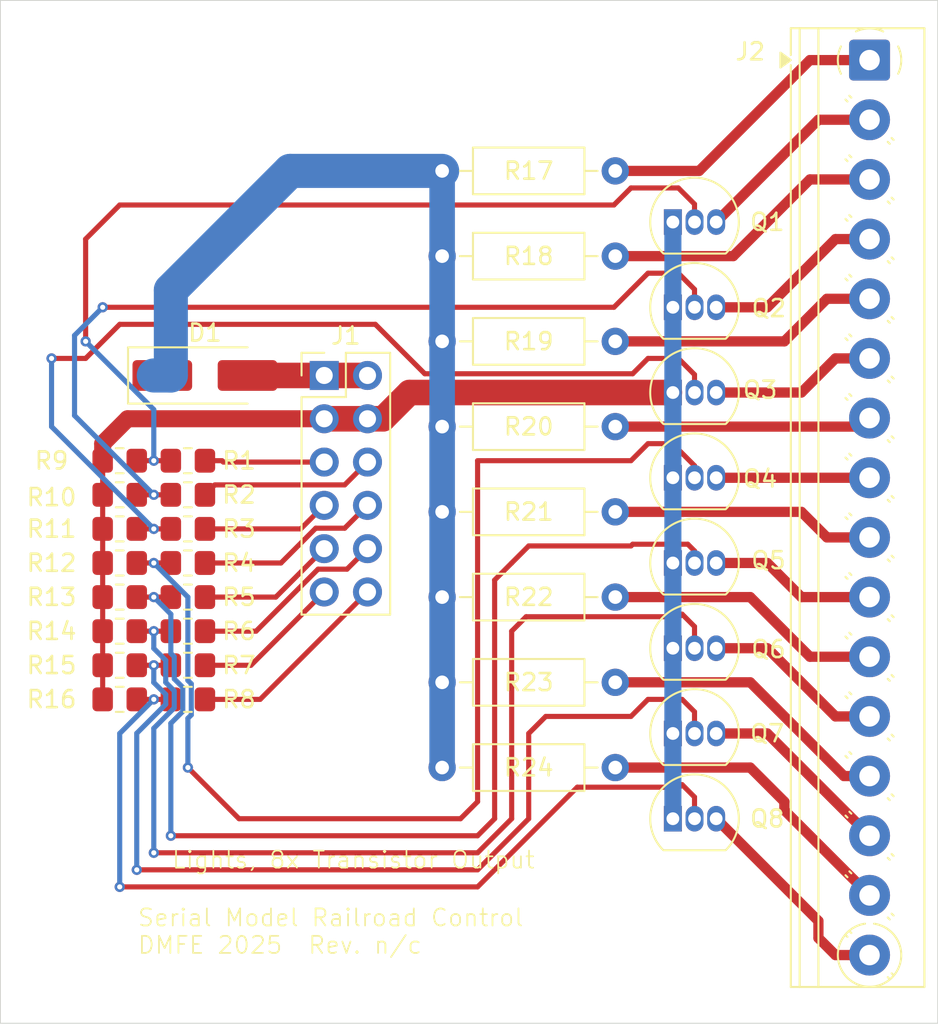
<source format=kicad_pcb>
(kicad_pcb (version 20241229) (generator "pcbnew") (generator_version "9.0")
  (title_block (title "Serial Model Railroad Control") (date "2025-03-23") (rev "n/c") (company "DMFE") (comment 1 "Lighting Daughter Board") (comment 2 "8 independent transistor outputs"))
  (layers (0 "F.Cu" signal) (2 "B.Cu" signal) (13 "F.Paste" user) (15 "B.Paste" user) (5 "F.SilkS" user "F.Silkscreen") (7 "B.SilkS" user "B.Silkscreen") (1 "F.Mask" user) (3 "B.Mask" user) (25 "Edge.Cuts" user))
  (net 0 "")
  (net 1 "Net-(D1-A)")
  (net 2 "+12V")
  (net 3 "Net-(J1-Pin_7)")
  (net 4 "Net-(J1-Pin_8)")
  (net 5 "Net-(J1-Pin_12)")
  (net 6 "Net-(J1-Pin_11)")
  (net 7 "Net-(J1-Pin_10)")
  (net 8 "Net-(J1-Pin_6)")
  (net 9 "GND")
  (net 10 "Net-(J1-Pin_5)")
  (net 11 "Net-(J1-Pin_9)")
  (net 12 "Net-(J2-Pin_14)")
  (net 13 "Net-(J2-Pin_1)")
  (net 14 "Net-(J2-Pin_8)")
  (net 15 "Net-(J2-Pin_2)")
  (net 16 "Net-(J2-Pin_5)")
  (net 17 "Net-(J2-Pin_15)")
  (net 18 "Net-(J2-Pin_7)")
  (net 19 "Net-(J2-Pin_6)")
  (net 20 "Net-(J2-Pin_3)")
  (net 21 "Net-(J2-Pin_13)")
  (net 22 "Net-(J2-Pin_4)")
  (net 23 "Net-(J2-Pin_12)")
  (net 24 "Net-(J2-Pin_9)")
  (net 25 "Net-(J2-Pin_11)")
  (net 26 "Net-(J2-Pin_16)")
  (net 27 "Net-(J2-Pin_10)")
  (net 28 "Net-(Q1-B)")
  (net 29 "Net-(Q2-B)")
  (net 30 "Net-(Q3-B)")
  (net 31 "Net-(Q4-B)")
  (net 32 "Net-(Q5-B)")
  (net 33 "Net-(Q6-B)")
  (net 34 "Net-(Q7-B)")
  (net 35 "Net-(Q8-B)")
  (footprint "Package_TO_SOT_THT:TO-92_Inline" (layer "F.Cu") (at 193.46 68)
    (property "Reference" "Q5" (at 5.61 -0.15 0) (layer "F.SilkS"))
    (property "Value" "2N3904")
    (pad "1" thru_hole rect (at 0 0) (size 1.05 1.5) (drill 0.75) (layers "*.Cu" "*.Mask") (net 9 "GND"))
    (pad "2" thru_hole oval (at 1.27 0) (size 1.05 1.5) (drill 0.75) (layers "*.Cu" "*.Mask") (net 32 "Net-(Q5-B)"))
    (pad "3" thru_hole oval (at 2.54 0) (size 1.05 1.5) (drill 0.75) (layers "*.Cu" "*.Mask") (net 27 "Net-(J2-Pin_10)"))
  )
  (footprint "Connector_PinHeader_2.54mm:PinHeader_2x06_P2.54mm_Vertical" (layer "F.Cu") (at 173 57)
    (property "Reference" "J1" (at 1.27 -2.33 0) (layer "F.SilkS"))
    (property "Value" "Conn_02x06_Odd_Even")
    (pad "1" thru_hole rect (at 0 0) (size 1.7 1.7) (drill 1) (layers "*.Cu" "*.Mask") (net 1 "Net-(D1-A)"))
    (pad "2" thru_hole oval (at 2.54 0) (size 1.7 1.7) (drill 1) (layers "*.Cu" "*.Mask") (net 1 "Net-(D1-A)"))
    (pad "3" thru_hole oval (at 0 2.54) (size 1.7 1.7) (drill 1) (layers "*.Cu" "*.Mask") (net 9 "GND"))
    (pad "4" thru_hole oval (at 2.54 2.54) (size 1.7 1.7) (drill 1) (layers "*.Cu" "*.Mask") (net 9 "GND"))
    (pad "5" thru_hole oval (at 0 5.08) (size 1.7 1.7) (drill 1) (layers "*.Cu" "*.Mask") (net 10 "Net-(J1-Pin_5)"))
    (pad "6" thru_hole oval (at 2.54 5.08) (size 1.7 1.7) (drill 1) (layers "*.Cu" "*.Mask") (net 8 "Net-(J1-Pin_6)"))
    (pad "7" thru_hole oval (at 0 7.62) (size 1.7 1.7) (drill 1) (layers "*.Cu" "*.Mask") (net 3 "Net-(J1-Pin_7)"))
    (pad "8" thru_hole oval (at 2.54 7.62) (size 1.7 1.7) (drill 1) (layers "*.Cu" "*.Mask") (net 4 "Net-(J1-Pin_8)"))
    (pad "9" thru_hole oval (at 0 10.16) (size 1.7 1.7) (drill 1) (layers "*.Cu" "*.Mask") (net 11 "Net-(J1-Pin_9)"))
    (pad "10" thru_hole oval (at 2.54 10.16) (size 1.7 1.7) (drill 1) (layers "*.Cu" "*.Mask") (net 7 "Net-(J1-Pin_10)"))
    (pad "11" thru_hole oval (at 0 12.7) (size 1.7 1.7) (drill 1) (layers "*.Cu" "*.Mask") (net 6 "Net-(J1-Pin_11)"))
    (pad "12" thru_hole oval (at 2.54 12.7) (size 1.7 1.7) (drill 1) (layers "*.Cu" "*.Mask") (net 5 "Net-(J1-Pin_12)"))
  )
  (footprint "Resistor_THT:R_Axial_DIN0207_L6.3mm_D2.5mm_P10.16mm_Horizontal" (layer "F.Cu") (at 179.92 55)
    (property "Reference" "R19" (at 5.08 0 0) (layer "F.SilkS"))
    (property "Value" "1K0")
    (pad "1" thru_hole circle (at 0 0) (size 1.6 1.6) (drill 0.8) (layers "*.Cu" "*.Mask") (net 2 "+12V"))
    (pad "2" thru_hole oval (at 10.16 0) (size 1.6 1.6) (drill 0.8) (layers "*.Cu" "*.Mask") (net 16 "Net-(J2-Pin_5)"))
  )
  (footprint "Diode_SMD:D_SMA_Handsoldering" (layer "F.Cu") (at 166 57)
    (property "Reference" "D1" (at 0 -2.5 0) (layer "F.SilkS"))
    (property "Value" "SMA")
    (pad "1" smd roundrect (at -2.5 0) (size 3.5 1.8) (layers "F.Cu" "F.Mask" "F.Paste") (roundrect_rratio 0.1388888889) (net 2 "+12V"))
    (pad "2" smd roundrect (at 2.5 0) (size 3.5 1.8) (layers "F.Cu" "F.Mask" "F.Paste") (roundrect_rratio 0.1388888889) (net 1 "Net-(D1-A)"))
  )
  (footprint "Package_TO_SOT_THT:TO-92_Inline" (layer "F.Cu") (at 193.46 53)
    (property "Reference" "Q2" (at 5.63 0.06 0) (layer "F.SilkS"))
    (property "Value" "2N3904")
    (pad "1" thru_hole rect (at 0 0) (size 1.05 1.5) (drill 0.75) (layers "*.Cu" "*.Mask") (net 9 "GND"))
    (pad "2" thru_hole oval (at 1.27 0) (size 1.05 1.5) (drill 0.75) (layers "*.Cu" "*.Mask") (net 29 "Net-(Q2-B)"))
    (pad "3" thru_hole oval (at 2.54 0) (size 1.05 1.5) (drill 0.75) (layers "*.Cu" "*.Mask") (net 22 "Net-(J2-Pin_4)"))
  )
  (footprint "Resistor_SMD:R_0805_2012Metric_Pad1.20x1.40mm_HandSolder" (layer "F.Cu") (at 165 72 180)
    (property "Reference" "R6" (at -3 0 0) (layer "F.SilkS"))
    (property "Value" "1K0")
    (pad "1" smd roundrect (at -1 0 180) (size 1.2 1.4) (layers "F.Cu" "F.Mask" "F.Paste") (roundrect_rratio 0.208333) (net 7 "Net-(J1-Pin_10)"))
    (pad "2" smd roundrect (at 1 0 180) (size 1.2 1.4) (layers "F.Cu" "F.Mask" "F.Paste") (roundrect_rratio 0.208333) (net 33 "Net-(Q6-B)"))
  )
  (footprint "Resistor_SMD:R_0805_2012Metric_Pad1.20x1.40mm_HandSolder" (layer "F.Cu") (at 161 72 180)
    (property "Reference" "R14" (at 4 0 0) (layer "F.SilkS"))
    (property "Value" "27K")
    (pad "1" smd roundrect (at -1 0 180) (size 1.2 1.4) (layers "F.Cu" "F.Mask" "F.Paste") (roundrect_rratio 0.208333) (net 33 "Net-(Q6-B)"))
    (pad "2" smd roundrect (at 1 0 180) (size 1.2 1.4) (layers "F.Cu" "F.Mask" "F.Paste") (roundrect_rratio 0.208333) (net 9 "GND"))
  )
  (footprint "Resistor_SMD:R_0805_2012Metric_Pad1.20x1.40mm_HandSolder" (layer "F.Cu") (at 161 64 180)
    (property "Reference" "R10" (at 4 -0.15 0) (layer "F.SilkS"))
    (property "Value" "27K")
    (pad "1" smd roundrect (at -1 0 180) (size 1.2 1.4) (layers "F.Cu" "F.Mask" "F.Paste") (roundrect_rratio 0.208333) (net 29 "Net-(Q2-B)"))
    (pad "2" smd roundrect (at 1 0 180) (size 1.2 1.4) (layers "F.Cu" "F.Mask" "F.Paste") (roundrect_rratio 0.208333) (net 9 "GND"))
  )
  (footprint "Package_TO_SOT_THT:TO-92_Inline" (layer "F.Cu") (at 193.46 83)
    (property "Reference" "Q8" (at 5.54 0 0) (layer "F.SilkS"))
    (property "Value" "2N3904")
    (pad "1" thru_hole rect (at 0 0) (size 1.05 1.5) (drill 0.75) (layers "*.Cu" "*.Mask") (net 9 "GND"))
    (pad "2" thru_hole oval (at 1.27 0) (size 1.05 1.5) (drill 0.75) (layers "*.Cu" "*.Mask") (net 35 "Net-(Q8-B)"))
    (pad "3" thru_hole oval (at 2.54 0) (size 1.05 1.5) (drill 0.75) (layers "*.Cu" "*.Mask") (net 26 "Net-(J2-Pin_16)"))
  )
  (footprint "Resistor_SMD:R_0805_2012Metric_Pad1.20x1.40mm_HandSolder" (layer "F.Cu") (at 161 68 180)
    (property "Reference" "R12" (at 4 0 0) (layer "F.SilkS"))
    (property "Value" "27K")
    (pad "1" smd roundrect (at -1 0 180) (size 1.2 1.4) (layers "F.Cu" "F.Mask" "F.Paste") (roundrect_rratio 0.208333) (net 31 "Net-(Q4-B)"))
    (pad "2" smd roundrect (at 1 0 180) (size 1.2 1.4) (layers "F.Cu" "F.Mask" "F.Paste") (roundrect_rratio 0.208333) (net 9 "GND"))
  )
  (footprint "Package_TO_SOT_THT:TO-92_Inline" (layer "F.Cu") (at 193.46 58)
    (property "Reference" "Q3" (at 5.12 -0.15 0) (layer "F.SilkS"))
    (property "Value" "2N3904")
    (pad "1" thru_hole rect (at 0 0) (size 1.05 1.5) (drill 0.75) (layers "*.Cu" "*.Mask") (net 9 "GND"))
    (pad "2" thru_hole oval (at 1.27 0) (size 1.05 1.5) (drill 0.75) (layers "*.Cu" "*.Mask") (net 30 "Net-(Q3-B)"))
    (pad "3" thru_hole oval (at 2.54 0) (size 1.05 1.5) (drill 0.75) (layers "*.Cu" "*.Mask") (net 19 "Net-(J2-Pin_6)"))
  )
  (footprint "Resistor_THT:R_Axial_DIN0207_L6.3mm_D2.5mm_P10.16mm_Horizontal" (layer "F.Cu") (at 179.92 65)
    (property "Reference" "R21" (at 5.08 0 0) (layer "F.SilkS"))
    (property "Value" "1K0")
    (pad "1" thru_hole circle (at 0 0) (size 1.6 1.6) (drill 0.8) (layers "*.Cu" "*.Mask") (net 2 "+12V"))
    (pad "2" thru_hole oval (at 10.16 0) (size 1.6 1.6) (drill 0.8) (layers "*.Cu" "*.Mask") (net 24 "Net-(J2-Pin_9)"))
  )
  (footprint "Package_TO_SOT_THT:TO-92_Inline" (layer "F.Cu") (at 193.46 63)
    (property "Reference" "Q4" (at 5.12 0.06 0) (layer "F.SilkS"))
    (property "Value" "2N3904")
    (pad "1" thru_hole rect (at 0 0) (size 1.05 1.5) (drill 0.75) (layers "*.Cu" "*.Mask") (net 9 "GND"))
    (pad "2" thru_hole oval (at 1.27 0) (size 1.05 1.5) (drill 0.75) (layers "*.Cu" "*.Mask") (net 31 "Net-(Q4-B)"))
    (pad "3" thru_hole oval (at 2.54 0) (size 1.05 1.5) (drill 0.75) (layers "*.Cu" "*.Mask") (net 14 "Net-(J2-Pin_8)"))
  )
  (footprint "Resistor_SMD:R_0805_2012Metric_Pad1.20x1.40mm_HandSolder" (layer "F.Cu") (at 165 62 180)
    (property "Reference" "R1" (at -3 0 0) (layer "F.SilkS"))
    (property "Value" "1K0")
    (pad "1" smd roundrect (at -1 0 180) (size 1.2 1.4) (layers "F.Cu" "F.Mask" "F.Paste") (roundrect_rratio 0.208333) (net 10 "Net-(J1-Pin_5)"))
    (pad "2" smd roundrect (at 1 0 180) (size 1.2 1.4) (layers "F.Cu" "F.Mask" "F.Paste") (roundrect_rratio 0.208333) (net 28 "Net-(Q1-B)"))
  )
  (footprint "Resistor_SMD:R_0805_2012Metric_Pad1.20x1.40mm_HandSolder" (layer "F.Cu") (at 161 70 180)
    (property "Reference" "R13" (at 4 0 0) (layer "F.SilkS"))
    (property "Value" "27K")
    (pad "1" smd roundrect (at -1 0 180) (size 1.2 1.4) (layers "F.Cu" "F.Mask" "F.Paste") (roundrect_rratio 0.208333) (net 32 "Net-(Q5-B)"))
    (pad "2" smd roundrect (at 1 0 180) (size 1.2 1.4) (layers "F.Cu" "F.Mask" "F.Paste") (roundrect_rratio 0.208333) (net 9 "GND"))
  )
  (footprint "MountingHole:MountingHole_3.2mm_M3" (layer "F.Cu") (at 190 40)
    (property "Reference" "H1" (hide yes))
    (property "Value" "MountingHole")
    (pad "" np_thru_hole circle (at 0 0) (size 3.2 3.2) (drill 3.2) (layers "*.Cu" "*.Mask"))
  )
  (footprint "Resistor_SMD:R_0805_2012Metric_Pad1.20x1.40mm_HandSolder" (layer "F.Cu") (at 165 64 180)
    (property "Reference" "R2" (at -3 0 0) (layer "F.SilkS"))
    (property "Value" "1K0")
    (pad "1" smd roundrect (at -1 0 180) (size 1.2 1.4) (layers "F.Cu" "F.Mask" "F.Paste") (roundrect_rratio 0.208333) (net 8 "Net-(J1-Pin_6)"))
    (pad "2" smd roundrect (at 1 0 180) (size 1.2 1.4) (layers "F.Cu" "F.Mask" "F.Paste") (roundrect_rratio 0.208333) (net 29 "Net-(Q2-B)"))
  )
  (footprint "MountingHole:MountingHole_3.2mm_M3" (layer "F.Cu") (at 190 90)
    (property "Reference" "H2" (hide yes))
    (property "Value" "MountingHole")
    (pad "" np_thru_hole circle (at 0 0) (size 3.2 3.2) (drill 3.2) (layers "*.Cu" "*.Mask"))
  )
  (footprint "Resistor_SMD:R_0805_2012Metric_Pad1.20x1.40mm_HandSolder" (layer "F.Cu") (at 161 76 180)
    (property "Reference" "R16" (at 4 0 0) (layer "F.SilkS"))
    (property "Value" "27K")
    (pad "1" smd roundrect (at -1 0 180) (size 1.2 1.4) (layers "F.Cu" "F.Mask" "F.Paste") (roundrect_rratio 0.208333) (net 35 "Net-(Q8-B)"))
    (pad "2" smd roundrect (at 1 0 180) (size 1.2 1.4) (layers "F.Cu" "F.Mask" "F.Paste") (roundrect_rratio 0.208333) (net 9 "GND"))
  )
  (footprint "Resistor_SMD:R_0805_2012Metric_Pad1.20x1.40mm_HandSolder" (layer "F.Cu") (at 161 66 180)
    (property "Reference" "R11" (at 4 0 0) (layer "F.SilkS"))
    (property "Value" "27K")
    (pad "1" smd roundrect (at -1 0 180) (size 1.2 1.4) (layers "F.Cu" "F.Mask" "F.Paste") (roundrect_rratio 0.208333) (net 30 "Net-(Q3-B)"))
    (pad "2" smd roundrect (at 1 0 180) (size 1.2 1.4) (layers "F.Cu" "F.Mask" "F.Paste") (roundrect_rratio 0.208333) (net 9 "GND"))
  )
  (footprint "Resistor_SMD:R_0805_2012Metric_Pad1.20x1.40mm_HandSolder" (layer "F.Cu") (at 165 74 180)
    (property "Reference" "R7" (at -3 0 0) (layer "F.SilkS"))
    (property "Value" "1K0")
    (pad "1" smd roundrect (at -1 0 180) (size 1.2 1.4) (layers "F.Cu" "F.Mask" "F.Paste") (roundrect_rratio 0.208333) (net 6 "Net-(J1-Pin_11)"))
    (pad "2" smd roundrect (at 1 0 180) (size 1.2 1.4) (layers "F.Cu" "F.Mask" "F.Paste") (roundrect_rratio 0.208333) (net 34 "Net-(Q7-B)"))
  )
  (footprint "Resistor_THT:R_Axial_DIN0207_L6.3mm_D2.5mm_P10.16mm_Horizontal" (layer "F.Cu") (at 179.92 80)
    (property "Reference" "R24" (at 5.08 0 0) (layer "F.SilkS"))
    (property "Value" "1K0")
    (pad "1" thru_hole circle (at 0 0) (size 1.6 1.6) (drill 0.8) (layers "*.Cu" "*.Mask") (net 2 "+12V"))
    (pad "2" thru_hole oval (at 10.16 0) (size 1.6 1.6) (drill 0.8) (layers "*.Cu" "*.Mask") (net 17 "Net-(J2-Pin_15)"))
  )
  (footprint "Resistor_THT:R_Axial_DIN0207_L6.3mm_D2.5mm_P10.16mm_Horizontal" (layer "F.Cu") (at 179.92 60)
    (property "Reference" "R20" (at 5.08 0 0) (layer "F.SilkS"))
    (property "Value" "1K0")
    (pad "1" thru_hole circle (at 0 0) (size 1.6 1.6) (drill 0.8) (layers "*.Cu" "*.Mask") (net 2 "+12V"))
    (pad "2" thru_hole oval (at 10.16 0) (size 1.6 1.6) (drill 0.8) (layers "*.Cu" "*.Mask") (net 18 "Net-(J2-Pin_7)"))
  )
  (footprint "Package_TO_SOT_THT:TO-92_Inline" (layer "F.Cu") (at 193.46 78)
    (property "Reference" "Q7" (at 5.54 0 0) (layer "F.SilkS"))
    (property "Value" "2N3904")
    (pad "1" thru_hole rect (at 0 0) (size 1.05 1.5) (drill 0.75) (layers "*.Cu" "*.Mask") (net 9 "GND"))
    (pad "2" thru_hole oval (at 1.27 0) (size 1.05 1.5) (drill 0.75) (layers "*.Cu" "*.Mask") (net 34 "Net-(Q7-B)"))
    (pad "3" thru_hole oval (at 2.54 0) (size 1.05 1.5) (drill 0.75) (layers "*.Cu" "*.Mask") (net 12 "Net-(J2-Pin_14)"))
  )
  (footprint "Resistor_THT:R_Axial_DIN0207_L6.3mm_D2.5mm_P10.16mm_Horizontal" (layer "F.Cu") (at 179.92 75)
    (property "Reference" "R23" (at 5.08 0 0) (layer "F.SilkS"))
    (property "Value" "1K0")
    (pad "1" thru_hole circle (at 0 0) (size 1.6 1.6) (drill 0.8) (layers "*.Cu" "*.Mask") (net 2 "+12V"))
    (pad "2" thru_hole oval (at 10.16 0) (size 1.6 1.6) (drill 0.8) (layers "*.Cu" "*.Mask") (net 21 "Net-(J2-Pin_13)"))
  )
  (footprint "Resistor_SMD:R_0805_2012Metric_Pad1.20x1.40mm_HandSolder" (layer "F.Cu") (at 161 62 180)
    (property "Reference" "R9" (at 4 0 0) (layer "F.SilkS"))
    (property "Value" "27K")
    (pad "1" smd roundrect (at -1 0 180) (size 1.2 1.4) (layers "F.Cu" "F.Mask" "F.Paste") (roundrect_rratio 0.208333) (net 28 "Net-(Q1-B)"))
    (pad "2" smd roundrect (at 1 0 180) (size 1.2 1.4) (layers "F.Cu" "F.Mask" "F.Paste") (roundrect_rratio 0.208333) (net 9 "GND"))
  )
  (footprint "TerminalBlock_Phoenix:TerminalBlock_Phoenix_PT-1,5-16-3.5-H_1x16_P3.50mm_Horizontal" (layer "F.Cu") (at 205 38.5 -90)
    (property "Reference" "J2" (at -0.5 7 180) (layer "F.SilkS"))
    (property "Value" "Conn_01x16")
    (pad "1" thru_hole roundrect (at 0 0 270) (size 2.4 2.4) (drill 1.2) (layers "*.Cu" "*.Mask") (roundrect_rratio 0.104167) (net 13 "Net-(J2-Pin_1)"))
    (pad "2" thru_hole circle (at 3.5 0 270) (size 2.4 2.4) (drill 1.2) (layers "*.Cu" "*.Mask") (net 15 "Net-(J2-Pin_2)"))
    (pad "3" thru_hole circle (at 7 0 270) (size 2.4 2.4) (drill 1.2) (layers "*.Cu" "*.Mask") (net 20 "Net-(J2-Pin_3)"))
    (pad "4" thru_hole circle (at 10.5 0 270) (size 2.4 2.4) (drill 1.2) (layers "*.Cu" "*.Mask") (net 22 "Net-(J2-Pin_4)"))
    (pad "5" thru_hole circle (at 14 0 270) (size 2.4 2.4) (drill 1.2) (layers "*.Cu" "*.Mask") (net 16 "Net-(J2-Pin_5)"))
    (pad "6" thru_hole circle (at 17.5 0 270) (size 2.4 2.4) (drill 1.2) (layers "*.Cu" "*.Mask") (net 19 "Net-(J2-Pin_6)"))
    (pad "7" thru_hole circle (at 21 0 270) (size 2.4 2.4) (drill 1.2) (layers "*.Cu" "*.Mask") (net 18 "Net-(J2-Pin_7)"))
    (pad "8" thru_hole circle (at 24.5 0 270) (size 2.4 2.4) (drill 1.2) (layers "*.Cu" "*.Mask") (net 14 "Net-(J2-Pin_8)"))
    (pad "9" thru_hole circle (at 28 0 270) (size 2.4 2.4) (drill 1.2) (layers "*.Cu" "*.Mask") (net 24 "Net-(J2-Pin_9)"))
    (pad "10" thru_hole circle (at 31.5 0 270) (size 2.4 2.4) (drill 1.2) (layers "*.Cu" "*.Mask") (net 27 "Net-(J2-Pin_10)"))
    (pad "11" thru_hole circle (at 35 0 270) (size 2.4 2.4) (drill 1.2) (layers "*.Cu" "*.Mask") (net 25 "Net-(J2-Pin_11)"))
    (pad "12" thru_hole circle (at 38.5 0 270) (size 2.4 2.4) (drill 1.2) (layers "*.Cu" "*.Mask") (net 23 "Net-(J2-Pin_12)"))
    (pad "13" thru_hole circle (at 42 0 270) (size 2.4 2.4) (drill 1.2) (layers "*.Cu" "*.Mask") (net 21 "Net-(J2-Pin_13)"))
    (pad "14" thru_hole circle (at 45.5 0 270) (size 2.4 2.4) (drill 1.2) (layers "*.Cu" "*.Mask") (net 12 "Net-(J2-Pin_14)"))
    (pad "15" thru_hole circle (at 49 0 270) (size 2.4 2.4) (drill 1.2) (layers "*.Cu" "*.Mask") (net 17 "Net-(J2-Pin_15)"))
    (pad "16" thru_hole circle (at 52.5 0 270) (size 2.4 2.4) (drill 1.2) (layers "*.Cu" "*.Mask") (net 26 "Net-(J2-Pin_16)"))
  )
  (footprint "Resistor_SMD:R_0805_2012Metric_Pad1.20x1.40mm_HandSolder" (layer "F.Cu") (at 165 66 180)
    (property "Reference" "R3" (at -3 0 0) (layer "F.SilkS"))
    (property "Value" "1K0")
    (pad "1" smd roundrect (at -1 0 180) (size 1.2 1.4) (layers "F.Cu" "F.Mask" "F.Paste") (roundrect_rratio 0.208333) (net 3 "Net-(J1-Pin_7)"))
    (pad "2" smd roundrect (at 1 0 180) (size 1.2 1.4) (layers "F.Cu" "F.Mask" "F.Paste") (roundrect_rratio 0.208333) (net 30 "Net-(Q3-B)"))
  )
  (footprint "Resistor_SMD:R_0805_2012Metric_Pad1.20x1.40mm_HandSolder" (layer "F.Cu") (at 165 70 180)
    (property "Reference" "R5" (at -3 0 0) (layer "F.SilkS"))
    (property "Value" "1K0")
    (pad "1" smd roundrect (at -1 0 180) (size 1.2 1.4) (layers "F.Cu" "F.Mask" "F.Paste") (roundrect_rratio 0.208333) (net 11 "Net-(J1-Pin_9)"))
    (pad "2" smd roundrect (at 1 0 180) (size 1.2 1.4) (layers "F.Cu" "F.Mask" "F.Paste") (roundrect_rratio 0.208333) (net 32 "Net-(Q5-B)"))
  )
  (footprint "Package_TO_SOT_THT:TO-92_Inline" (layer "F.Cu") (at 193.46 73)
    (property "Reference" "Q6" (at 5.61 0.06 0) (layer "F.SilkS"))
    (property "Value" "2N3904")
    (pad "1" thru_hole rect (at 0 0) (size 1.05 1.5) (drill 0.75) (layers "*.Cu" "*.Mask") (net 9 "GND"))
    (pad "2" thru_hole oval (at 1.27 0) (size 1.05 1.5) (drill 0.75) (layers "*.Cu" "*.Mask") (net 33 "Net-(Q6-B)"))
    (pad "3" thru_hole oval (at 2.54 0) (size 1.05 1.5) (drill 0.75) (layers "*.Cu" "*.Mask") (net 23 "Net-(J2-Pin_12)"))
  )
  (footprint "Resistor_THT:R_Axial_DIN0207_L6.3mm_D2.5mm_P10.16mm_Horizontal" (layer "F.Cu") (at 179.92 70)
    (property "Reference" "R22" (at 5.08 0 0) (layer "F.SilkS"))
    (property "Value" "1K0")
    (pad "1" thru_hole circle (at 0 0) (size 1.6 1.6) (drill 0.8) (layers "*.Cu" "*.Mask") (net 2 "+12V"))
    (pad "2" thru_hole oval (at 10.16 0) (size 1.6 1.6) (drill 0.8) (layers "*.Cu" "*.Mask") (net 25 "Net-(J2-Pin_11)"))
  )
  (footprint "Package_TO_SOT_THT:TO-92_Inline" (layer "F.Cu") (at 193.46 48)
    (property "Reference" "Q1" (at 5.54 0 0) (layer "F.SilkS"))
    (property "Value" "2N3904")
    (pad "1" thru_hole rect (at 0 0) (size 1.05 1.5) (drill 0.75) (layers "*.Cu" "*.Mask") (net 9 "GND"))
    (pad "2" thru_hole oval (at 1.27 0) (size 1.05 1.5) (drill 0.75) (layers "*.Cu" "*.Mask") (net 28 "Net-(Q1-B)"))
    (pad "3" thru_hole oval (at 2.54 0) (size 1.05 1.5) (drill 0.75) (layers "*.Cu" "*.Mask") (net 15 "Net-(J2-Pin_2)"))
  )
  (footprint "Resistor_SMD:R_0805_2012Metric_Pad1.20x1.40mm_HandSolder" (layer "F.Cu") (at 165 68 180)
    (property "Reference" "R4" (at -3 0 0) (layer "F.SilkS"))
    (property "Value" "1K0")
    (pad "1" smd roundrect (at -1 0 180) (size 1.2 1.4) (layers "F.Cu" "F.Mask" "F.Paste") (roundrect_rratio 0.208333) (net 4 "Net-(J1-Pin_8)"))
    (pad "2" smd roundrect (at 1 0 180) (size 1.2 1.4) (layers "F.Cu" "F.Mask" "F.Paste") (roundrect_rratio 0.208333) (net 31 "Net-(Q4-B)"))
  )
  (footprint "Resistor_THT:R_Axial_DIN0207_L6.3mm_D2.5mm_P10.16mm_Horizontal" (layer "F.Cu") (at 179.92 45)
    (property "Reference" "R17" (at 5.08 0 0) (layer "F.SilkS"))
    (property "Value" "1K0")
    (pad "1" thru_hole circle (at 0 0) (size 1.6 1.6) (drill 0.8) (layers "*.Cu" "*.Mask") (net 2 "+12V"))
    (pad "2" thru_hole oval (at 10.16 0) (size 1.6 1.6) (drill 0.8) (layers "*.Cu" "*.Mask") (net 13 "Net-(J2-Pin_1)"))
  )
  (footprint "Resistor_SMD:R_0805_2012Metric_Pad1.20x1.40mm_HandSolder" (layer "F.Cu") (at 165 76 180)
    (property "Reference" "R8" (at -3 0 0) (layer "F.SilkS"))
    (property "Value" "1K0")
    (pad "1" smd roundrect (at -1 0 180) (size 1.2 1.4) (layers "F.Cu" "F.Mask" "F.Paste") (roundrect_rratio 0.208333) (net 5 "Net-(J1-Pin_12)"))
    (pad "2" smd roundrect (at 1 0 180) (size 1.2 1.4) (layers "F.Cu" "F.Mask" "F.Paste") (roundrect_rratio 0.208333) (net 35 "Net-(Q8-B)"))
  )
  (footprint "Resistor_SMD:R_0805_2012Metric_Pad1.20x1.40mm_HandSolder" (layer "F.Cu") (at 161 74 180)
    (property "Reference" "R15" (at 4 0 0) (layer "F.SilkS"))
    (property "Value" "27K")
    (pad "1" smd roundrect (at -1 0 180) (size 1.2 1.4) (layers "F.Cu" "F.Mask" "F.Paste") (roundrect_rratio 0.208333) (net 34 "Net-(Q7-B)"))
    (pad "2" smd roundrect (at 1 0 180) (size 1.2 1.4) (layers "F.Cu" "F.Mask" "F.Paste") (roundrect_rratio 0.208333) (net 9 "GND"))
  )
  (footprint "Resistor_THT:R_Axial_DIN0207_L6.3mm_D2.5mm_P10.16mm_Horizontal" (layer "F.Cu") (at 179.92 50)
    (property "Reference" "R18" (at 5.08 0 0) (layer "F.SilkS"))
    (property "Value" "1K0")
    (pad "1" thru_hole circle (at 0 0) (size 1.6 1.6) (drill 0.8) (layers "*.Cu" "*.Mask") (net 2 "+12V"))
    (pad "2" thru_hole oval (at 10.16 0) (size 1.6 1.6) (drill 0.8) (layers "*.Cu" "*.Mask") (net 20 "Net-(J2-Pin_3)"))
  )
  (gr_rect (start 154 35) (end 209 95) (stroke (width 0.05)) (fill no) (layer "Edge.Cuts"))
  (gr_text "Lights, 8x Transistor Output" (at 164 86 0) (layer "F.SilkS") (effects (font (size 1 1) (thickness 0.1)) (justify left bottom)))
  (gr_text "Serial Model Railroad Control\nDMFE 2025  Rev. n/c" (at 162 91 0) (layer "F.SilkS") (effects (font (size 1 1) (thickness 0.1)) (justify left bottom)))
  (segment (start 173 57) (end 168.5 57) (width 1.5) (layer "F.Cu") (net 1))
  (segment (start 173 57) (end 175.54 57) (width 1.5) (layer "F.Cu") (net 1))
  (segment (start 179.92 45) (end 179.92 50) (width 1.5) (layer "B.Cu") (net 2))
  (segment (start 171 45) (end 164 52) (width 2) (layer "B.Cu") (net 2))
  (segment (start 179.92 65) (end 179.92 70) (width 1.5) (layer "B.Cu") (net 2))
  (segment (start 179.92 50) (end 179.92 55) (width 1.5) (layer "B.Cu") (net 2))
  (segment (start 164 52) (end 164 57) (width 2) (layer "B.Cu") (net 2))
  (segment (start 179.92 45) (end 171 45) (width 2) (layer "B.Cu") (net 2))
  (segment (start 179.92 55) (end 179.92 60) (width 1.5) (layer "B.Cu") (net 2))
  (segment (start 179.92 60) (end 179.92 65) (width 1.5) (layer "B.Cu") (net 2))
  (segment (start 179.92 70) (end 179.92 75) (width 1.5) (layer "B.Cu") (net 2))
  (segment (start 163 57) (end 164 57) (width 2) (layer "B.Cu") (net 2))
  (segment (start 179.92 75) (end 179.92 80) (width 1.5) (layer "B.Cu") (net 2))
  (segment (start 166 66) (end 171.62 66) (width 0.3) (layer "F.Cu") (net 3))
  (segment (start 171.62 66) (end 173 64.62) (width 0.3) (layer "F.Cu") (net 3))
  (segment (start 172.502529 65.959) (end 174.201 65.959) (width 0.3) (layer "F.Cu") (net 4))
  (segment (start 170.461529 68) (end 172.502529 65.959) (width 0.3) (layer "F.Cu") (net 4))
  (segment (start 174.201 65.959) (end 175.54 64.62) (width 0.3) (layer "F.Cu") (net 4))
  (segment (start 166 68) (end 170.461529 68) (width 0.3) (layer "F.Cu") (net 4))
  (segment (start 166 76) (end 169.24 76) (width 0.3) (layer "F.Cu") (net 5))
  (segment (start 169.24 76) (end 175.54 69.7) (width 0.3) (layer "F.Cu") (net 5))
  (segment (start 166 74) (end 168.7 74) (width 0.3) (layer "F.Cu") (net 6))
  (segment (start 168.7 74) (end 173 69.7) (width 0.3) (layer "F.Cu") (net 6))
  (segment (start 166 72) (end 169 72) (width 0.3) (layer "F.Cu") (net 7))
  (segment (start 172.639 68.361) (end 174.339 68.361) (width 0.3) (layer "F.Cu") (net 7))
  (segment (start 174.339 68.361) (end 175.54 67.16) (width 0.3) (layer "F.Cu") (net 7))
  (segment (start 169 72) (end 172.639 68.361) (width 0.3) (layer "F.Cu") (net 7))
  (segment (start 166.581 63.419) (end 174.201 63.419) (width 0.3) (layer "F.Cu") (net 8))
  (segment (start 166 64) (end 166.581 63.419) (width 0.3) (layer "F.Cu") (net 8))
  (segment (start 174.201 63.419) (end 175.54 62.08) (width 0.3) (layer "F.Cu") (net 8))
  (segment (start 160 70) (end 160 68) (width 0.3) (layer "F.Cu") (net 9))
  (segment (start 160 66) (end 160 64) (width 0.3) (layer "F.Cu") (net 9))
  (segment (start 160 64) (end 160 62) (width 0.3) (layer "F.Cu") (net 9))
  (segment (start 160 72) (end 160 70) (width 0.3) (layer "F.Cu") (net 9))
  (segment (start 175.54 59.54) (end 176.46 59.54) (width 1.5) (layer "F.Cu") (net 9))
  (segment (start 160 62) (end 160 61) (width 1) (layer "F.Cu") (net 9))
  (segment (start 161.46 59.54) (end 173 59.54) (width 1) (layer "F.Cu") (net 9))
  (segment (start 173 59.54) (end 175.54 59.54) (width 1.5) (layer "F.Cu") (net 9))
  (segment (start 160 74) (end 160 72) (width 0.3) (layer "F.Cu") (net 9))
  (segment (start 176.46 59.54) (end 178 58) (width 1.5) (layer "F.Cu") (net 9))
  (segment (start 160 61) (end 161.46 59.54) (width 1) (layer "F.Cu") (net 9))
  (segment (start 160 68) (end 160 66) (width 0.3) (layer "F.Cu") (net 9))
  (segment (start 160 76) (end 160 74) (width 0.3) (layer "F.Cu") (net 9))
  (segment (start 178 58) (end 193.254 58) (width 1.5) (layer "F.Cu") (net 9))
  (segment (start 193.46 63) (end 193.46 58) (width 1) (layer "B.Cu") (net 9))
  (segment (start 193.46 53) (end 193.46 48) (width 1) (layer "B.Cu") (net 9))
  (segment (start 193.46 78) (end 193.46 73) (width 1) (layer "B.Cu") (net 9))
  (segment (start 193.46 58) (end 193.46 53) (width 1) (layer "B.Cu") (net 9))
  (segment (start 193.46 68) (end 193.46 63) (width 1) (layer "B.Cu") (net 9))
  (segment (start 193.46 73) (end 193.46 68) (width 1) (layer "B.Cu") (net 9))
  (segment (start 193.46 83) (end 193.46 78) (width 1) (layer "B.Cu") (net 9))
  (segment (start 167 62) (end 167.08 62.08) (width 0.3) (layer "F.Cu") (net 10))
  (segment (start 166 62) (end 167 62) (width 0.3) (layer "F.Cu") (net 10))
  (segment (start 167.08 62.08) (end 173 62.08) (width 0.3) (layer "F.Cu") (net 10))
  (segment (start 170.16 70) (end 173 67.16) (width 0.3) (layer "F.Cu") (net 11))
  (segment (start 166 70) (end 170.16 70) (width 0.3) (layer "F.Cu") (net 11))
  (segment (start 199 78) (end 205 84) (width 0.6) (layer "F.Cu") (net 12))
  (segment (start 196 78) (end 199 78) (width 0.6) (layer "F.Cu") (net 12))
  (segment (start 195 45) (end 201.5 38.5) (width 0.6) (layer "F.Cu") (net 13))
  (segment (start 190.08 45) (end 195 45) (width 0.6) (layer "F.Cu") (net 13))
  (segment (start 201.5 38.5) (end 205 38.5) (width 0.6) (layer "F.Cu") (net 13))
  (segment (start 196 63) (end 205 63) (width 0.6) (layer "F.Cu") (net 14))
  (segment (start 196 48) (end 202 42) (width 0.6) (layer "F.Cu") (net 15))
  (segment (start 202 42) (end 205 42) (width 0.6) (layer "F.Cu") (net 15))
  (segment (start 202.5 52.5) (end 205 52.5) (width 0.6) (layer "F.Cu") (net 16))
  (segment (start 200 55) (end 202.5 52.5) (width 0.6) (layer "F.Cu") (net 16))
  (segment (start 190.08 55) (end 200 55) (width 0.6) (layer "F.Cu") (net 16))
  (segment (start 190.08 80) (end 198 80) (width 0.6) (layer "F.Cu") (net 17))
  (segment (start 200 82) (end 200 82.5) (width 0.6) (layer "F.Cu") (net 17))
  (segment (start 198 80) (end 200 82) (width 0.6) (layer "F.Cu") (net 17))
  (segment (start 200 82.5) (end 205 87.5) (width 0.6) (layer "F.Cu") (net 17))
  (segment (start 204.5 60) (end 205 59.5) (width 0.6) (layer "F.Cu") (net 18))
  (segment (start 190.08 60) (end 204.5 60) (width 0.6) (layer "F.Cu") (net 18))
  (segment (start 196 58) (end 201 58) (width 0.6) (layer "F.Cu") (net 19))
  (segment (start 201 58) (end 203 56) (width 0.6) (layer "F.Cu") (net 19))
  (segment (start 203 56) (end 205 56) (width 0.6) (layer "F.Cu") (net 19))
  (segment (start 201.5 45.5) (end 205 45.5) (width 0.6) (layer "F.Cu") (net 20))
  (segment (start 190.08 50) (end 197 50) (width 0.6) (layer "F.Cu") (net 20))
  (segment (start 197 50) (end 201.5 45.5) (width 0.6) (layer "F.Cu") (net 20))
  (segment (start 198 75) (end 203.5 80.5) (width 0.6) (layer "F.Cu") (net 21))
  (segment (start 203.5 80.5) (end 205 80.5) (width 0.6) (layer "F.Cu") (net 21))
  (segment (start 190.08 75) (end 198 75) (width 0.6) (layer "F.Cu") (net 21))
  (segment (start 203 49) (end 205 49) (width 0.6) (layer "F.Cu") (net 22))
  (segment (start 199 53) (end 203 49) (width 0.6) (layer "F.Cu") (net 22))
  (segment (start 196 53) (end 199 53) (width 0.6) (layer "F.Cu") (net 22))
  (segment (start 199 73) (end 203 77) (width 0.6) (layer "F.Cu") (net 23))
  (segment (start 196 73) (end 199 73) (width 0.6) (layer "F.Cu") (net 23))
  (segment (start 203 77) (end 205 77) (width 0.6) (layer "F.Cu") (net 23))
  (segment (start 201 65) (end 202.5 66.5) (width 0.6) (layer "F.Cu") (net 24))
  (segment (start 190.08 65) (end 201 65) (width 0.6) (layer "F.Cu") (net 24))
  (segment (start 202.5 66.5) (end 205 66.5) (width 0.6) (layer "F.Cu") (net 24))
  (segment (start 201.5 73.5) (end 205 73.5) (width 0.6) (layer "F.Cu") (net 25))
  (segment (start 190.08 70) (end 198 70) (width 0.6) (layer "F.Cu") (net 25))
  (segment (start 198 70) (end 201.5 73.5) (width 0.6) (layer "F.Cu") (net 25))
  (segment (start 202 89) (end 202 90) (width 0.6) (layer "F.Cu") (net 26))
  (segment (start 203 91) (end 205 91) (width 0.6) (layer "F.Cu") (net 26))
  (segment (start 196 83) (end 202 89) (width 0.6) (layer "F.Cu") (net 26))
  (segment (start 202 90) (end 203 91) (width 0.6) (layer "F.Cu") (net 26))
  (segment (start 201 70) (end 205 70) (width 0.6) (layer "F.Cu") (net 27))
  (segment (start 199 68) (end 201 70) (width 0.6) (layer "F.Cu") (net 27))
  (segment (start 196 68) (end 199 68) (width 0.6) (layer "F.Cu") (net 27))
  (segment (start 163 62) (end 164 62) (width 0.3) (layer "F.Cu") (net 28))
  (segment (start 194.73 46.95) (end 193.78 46) (width 0.3) (layer "F.Cu") (net 28))
  (segment (start 161 47) (end 159 49) (width 0.3) (layer "F.Cu") (net 28))
  (segment (start 194.73 48) (end 194.73 46.95) (width 0.3) (layer "F.Cu") (net 28))
  (segment (start 193.78 46) (end 191 46) (width 0.3) (layer "F.Cu") (net 28))
  (segment (start 190 47) (end 161 47) (width 0.3) (layer "F.Cu") (net 28))
  (segment (start 191 46) (end 190 47) (width 0.3) (layer "F.Cu") (net 28))
  (segment (start 162 62) (end 163 62) (width 0.3) (layer "F.Cu") (net 28))
  (segment (start 159 49) (end 159 55) (width 0.3) (layer "F.Cu") (net 28))
  (via (at 163 62) (size 0.6) (drill 0.3) (layers "F.Cu" "B.Cu") (net 28))
  (via (at 159 55) (size 0.6) (drill 0.3) (layers "F.Cu" "B.Cu") (net 28))
  (segment (start 163 59) (end 163 62) (width 0.3) (layer "B.Cu") (net 28))
  (segment (start 159 55) (end 163 59) (width 0.3) (layer "B.Cu") (net 28))
  (segment (start 163 64) (end 164 64) (width 0.3) (layer "F.Cu") (net 29))
  (segment (start 193.78 51) (end 192 51) (width 0.3) (layer "F.Cu") (net 29))
  (segment (start 162 64) (end 163 64) (width 0.3) (layer "F.Cu") (net 29))
  (segment (start 194.73 53) (end 194.73 51.95) (width 0.3) (layer "F.Cu") (net 29))
  (segment (start 192 51) (end 191 52) (width 0.3) (layer "F.Cu") (net 29))
  (segment (start 191 52) (end 190 53) (width 0.3) (layer "F.Cu") (net 29))
  (segment (start 190 53) (end 160 53) (width 0.3) (layer "F.Cu") (net 29))
  (segment (start 194.73 51.95) (end 193.78 51) (width 0.3) (layer "F.Cu") (net 29))
  (via (at 163 64) (size 0.6) (drill 0.3) (layers "F.Cu" "B.Cu") (net 29))
  (via (at 160 53) (size 0.6) (drill 0.3) (layers "F.Cu" "B.Cu") (net 29))
  (segment (start 158.349 54.651) (end 158.349 59.349) (width 0.3) (layer "B.Cu") (net 29))
  (segment (start 160 53) (end 158.349 54.651) (width 0.3) (layer "B.Cu") (net 29))
  (segment (start 158.349 59.349) (end 163 64) (width 0.3) (layer "B.Cu") (net 29))
  (segment (start 193.78 56) (end 192 56) (width 0.3) (layer "F.Cu") (net 30))
  (segment (start 176 54) (end 161 54) (width 0.3) (layer "F.Cu") (net 30))
  (segment (start 178.9 56.9) (end 176 54) (width 0.3) (layer "F.Cu") (net 30))
  (segment (start 161 54) (end 159 56) (width 0.3) (layer "F.Cu") (net 30))
  (segment (start 192 56) (end 191.1 56.9) (width 0.3) (layer "F.Cu") (net 30))
  (segment (start 162 66) (end 163 66) (width 0.3) (layer "F.Cu") (net 30))
  (segment (start 159 56) (end 157 56) (width 0.3) (layer "F.Cu") (net 30))
  (segment (start 194.73 56.95) (end 193.78 56) (width 0.3) (layer "F.Cu") (net 30))
  (segment (start 191.1 56.9) (end 178.9 56.9) (width 0.3) (layer "F.Cu") (net 30))
  (segment (start 194.73 58) (end 194.73 56.95) (width 0.3) (layer "F.Cu") (net 30))
  (segment (start 163 66) (end 164 66) (width 0.3) (layer "F.Cu") (net 30))
  (via (at 163 66) (size 0.6) (drill 0.3) (layers "F.Cu" "B.Cu") (net 30))
  (via (at 157 56) (size 0.6) (drill 0.3) (layers "F.Cu" "B.Cu") (net 30))
  (segment (start 157 56) (end 157 60) (width 0.3) (layer "B.Cu") (net 30))
  (segment (start 157 60) (end 163 66) (width 0.3) (layer "B.Cu") (net 30))
  (segment (start 194.73 63) (end 194.73 62.293) (width 0.3) (layer "F.Cu") (net 31))
  (segment (start 192 61) (end 191 62) (width 0.3) (layer "F.Cu") (net 31))
  (segment (start 163 68) (end 164 68) (width 0.3) (layer "F.Cu") (net 31))
  (segment (start 191 62) (end 182 62) (width 0.3) (layer "F.Cu") (net 31))
  (segment (start 162 68) (end 163 68) (width 0.3) (layer "F.Cu") (net 31))
  (segment (start 181 83) (end 168 83) (width 0.3) (layer "F.Cu") (net 31))
  (segment (start 168 83) (end 165 80) (width 0.3) (layer "F.Cu") (net 31))
  (segment (start 194.73 62.293) (end 193.437 61) (width 0.3) (layer "F.Cu") (net 31))
  (segment (start 182 62) (end 182 82) (width 0.3) (layer "F.Cu") (net 31))
  (segment (start 182 82) (end 181 83) (width 0.3) (layer "F.Cu") (net 31))
  (segment (start 193.437 61) (end 192 61) (width 0.3) (layer "F.Cu") (net 31))
  (via (at 163 68) (size 0.6) (drill 0.3) (layers "F.Cu" "B.Cu") (net 31))
  (via (at 165 80) (size 0.6) (drill 0.3) (layers "F.Cu" "B.Cu") (net 31))
  (segment (start 165.2 75.088732) (end 165 74.888731) (width 0.3) (layer "B.Cu") (net 31))
  (segment (start 165 77.111268) (end 165.2 76.911268) (width 0.3) (layer "B.Cu") (net 31))
  (segment (start 165 70) (end 163 68) (width 0.3) (layer "B.Cu") (net 31))
  (segment (start 165 74.888731) (end 165 70) (width 0.3) (layer "B.Cu") (net 31))
  (segment (start 165 80) (end 165 77.111268) (width 0.3) (layer "B.Cu") (net 31))
  (segment (start 165.2 76.911268) (end 165.2 75.088732) (width 0.3) (layer "B.Cu") (net 31))
  (segment (start 163 70) (end 164 70) (width 0.3) (layer "F.Cu") (net 32))
  (segment (start 194.73 67.293) (end 194.336 66.899) (width 0.3) (layer "F.Cu") (net 32))
  (segment (start 191.101 66.899) (end 191 67) (width 0.3) (layer "F.Cu") (net 32))
  (segment (start 183 83) (end 182 84) (width 0.3) (layer "F.Cu") (net 32))
  (segment (start 183 69) (end 183 83) (width 0.3) (layer "F.Cu") (net 32))
  (segment (start 182 84) (end 164 84) (width 0.3) (layer "F.Cu") (net 32))
  (segment (start 184 68) (end 183 69) (width 0.3) (layer "F.Cu") (net 32))
  (segment (start 194.336 66.899) (end 191.101 66.899) (width 0.3) (layer "F.Cu") (net 32))
  (segment (start 185 67) (end 184 68) (width 0.3) (layer "F.Cu") (net 32))
  (segment (start 194.73 68) (end 194.73 67.293) (width 0.3) (layer "F.Cu") (net 32))
  (segment (start 162 70) (end 163 70) (width 0.3) (layer "F.Cu") (net 32))
  (segment (start 191 67) (end 185 67) (width 0.3) (layer "F.Cu") (net 32))
  (via (at 164 84) (size 0.6) (drill 0.3) (layers "F.Cu" "B.Cu") (net 32))
  (via (at 163 70) (size 0.6) (drill 0.3) (layers "F.Cu" "B.Cu") (net 32))
  (segment (start 164.2 74.795838) (end 164.2 73.502944) (width 0.3) (layer "B.Cu") (net 32))
  (segment (start 164.7 75.295838) (end 164.2 74.795838) (width 0.3) (layer "B.Cu") (net 32))
  (segment (start 164 71) (end 163 70) (width 0.3) (layer "B.Cu") (net 32))
  (segment (start 164.2 73.502944) (end 164 73.302943) (width 0.3) (layer "B.Cu") (net 32))
  (segment (start 164 73.302943) (end 164 71) (width 0.3) (layer "B.Cu") (net 32))
  (segment (start 164 77.404162) (end 164.7 76.704162) (width 0.3) (layer "B.Cu") (net 32))
  (segment (start 164.7 76.704162) (end 164.7 75.295838) (width 0.3) (layer "B.Cu") (net 32))
  (segment (start 164 84) (end 164 77.404162) (width 0.3) (layer "B.Cu") (net 32))
  (segment (start 163 72) (end 164 72) (width 0.3) (layer "F.Cu") (net 33))
  (segment (start 184.849 71.151) (end 184 72) (width 0.3) (layer "F.Cu") (net 33))
  (segment (start 182 85) (end 163 85) (width 0.3) (layer "F.Cu") (net 33))
  (segment (start 194.73 73) (end 194.73 71.73) (width 0.3) (layer "F.Cu") (net 33))
  (segment (start 184 83) (end 182 85) (width 0.3) (layer "F.Cu") (net 33))
  (segment (start 193.849 71.151) (end 184.849 71.151) (width 0.3) (layer "F.Cu") (net 33))
  (segment (start 162 72) (end 163 72) (width 0.3) (layer "F.Cu") (net 33))
  (segment (start 194 71) (end 193.849 71.151) (width 0.3) (layer "F.Cu") (net 33))
  (segment (start 194.73 71.73) (end 194 71) (width 0.3) (layer "F.Cu") (net 33))
  (segment (start 184 72) (end 184 83) (width 0.3) (layer "F.Cu") (net 33))
  (via (at 163 85) (size 0.6) (drill 0.3) (layers "F.Cu" "B.Cu") (net 33))
  (via (at 163 72) (size 0.6) (drill 0.3) (layers "F.Cu" "B.Cu") (net 33))
  (segment (start 163.7 73.71005) (end 163 73.01005) (width 0.3) (layer "B.Cu") (net 33))
  (segment (start 163.7 75.002944) (end 163.7 73.71005) (width 0.3) (layer "B.Cu") (net 33))
  (segment (start 163 77.697056) (end 164.2 76.497056) (width 0.3) (layer "B.Cu") (net 33))
  (segment (start 164.2 75.502944) (end 163.7 75.002944) (width 0.3) (layer "B.Cu") (net 33))
  (segment (start 163 85) (end 163 77.697056) (width 0.3) (layer "B.Cu") (net 33))
  (segment (start 164.2 76.497056) (end 164.2 75.502944) (width 0.3) (layer "B.Cu") (net 33))
  (segment (start 163 73.01005) (end 163 72) (width 0.3) (layer "B.Cu") (net 33))
  (segment (start 185 78) (end 185 83) (width 0.3) (layer "F.Cu") (net 34))
  (segment (start 182 86) (end 162 86) (width 0.3) (layer "F.Cu") (net 34))
  (segment (start 191 77) (end 186 77) (width 0.3) (layer "F.Cu") (net 34))
  (segment (start 186 77) (end 185 78) (width 0.3) (layer "F.Cu") (net 34))
  (segment (start 192 76) (end 191 77) (width 0.3) (layer "F.Cu") (net 34))
  (segment (start 185 83) (end 182 86) (width 0.3) (layer "F.Cu") (net 34))
  (segment (start 163 74) (end 164 74) (width 0.3) (layer "F.Cu") (net 34))
  (segment (start 194.73 78) (end 194.73 76.73) (width 0.3) (layer "F.Cu") (net 34))
  (segment (start 162 74) (end 163 74) (width 0.3) (layer "F.Cu") (net 34))
  (segment (start 194.73 76.73) (end 194 76) (width 0.3) (layer "F.Cu") (net 34))
  (segment (start 194 76) (end 192 76) (width 0.3) (layer "F.Cu") (net 34))
  (via (at 162 86) (size 0.6) (drill 0.3) (layers "F.Cu" "B.Cu") (net 34))
  (via (at 163 74) (size 0.6) (drill 0.3) (layers "F.Cu" "B.Cu") (net 34))
  (segment (start 163 75) (end 162.994975 75.005025) (width 0.3) (layer "B.Cu") (net 34))
  (segment (start 163.7 76.28995) (end 163.7 75.71005) (width 0.3) (layer "B.Cu") (net 34))
  (segment (start 162 77.98995) (end 163.7 76.28995) (width 0.3) (layer "B.Cu") (net 34))
  (segment (start 162 86) (end 162 77.98995) (width 0.3) (layer "B.Cu") (net 34))
  (segment (start 163.7 75.71005) (end 162.994975 75.005025) (width 0.3) (layer "B.Cu") (net 34))
  (segment (start 163 74) (end 163 75) (width 0.3) (layer "B.Cu") (net 34))
  (segment (start 194.73 83) (end 194.73 81.73) (width 0.3) (layer "F.Cu") (net 35))
  (segment (start 194.73 81.73) (end 194 81) (width 0.3) (layer "F.Cu") (net 35))
  (segment (start 194 81) (end 193.849 81.151) (width 0.3) (layer "F.Cu") (net 35))
  (segment (start 182 87) (end 161 87) (width 0.3) (layer "F.Cu") (net 35))
  (segment (start 163 76) (end 164 76) (width 0.3) (layer "F.Cu") (net 35))
  (segment (start 162 76) (end 163 76) (width 0.3) (layer "F.Cu") (net 35))
  (segment (start 193.849 81.151) (end 187.849 81.151) (width 0.3) (layer "F.Cu") (net 35))
  (segment (start 187.849 81.151) (end 182 87) (width 0.3) (layer "F.Cu") (net 35))
  (via (at 163 76) (size 0.6) (drill 0.3) (layers "F.Cu" "B.Cu") (net 35))
  (via (at 161 87) (size 0.6) (drill 0.3) (layers "F.Cu" "B.Cu") (net 35))
  (segment (start 161 78) (end 163 76) (width 0.3) (layer "B.Cu") (net 35))
  (segment (start 161 87) (end 161 78) (width 0.3) (layer "B.Cu") (net 35))
)
</source>
